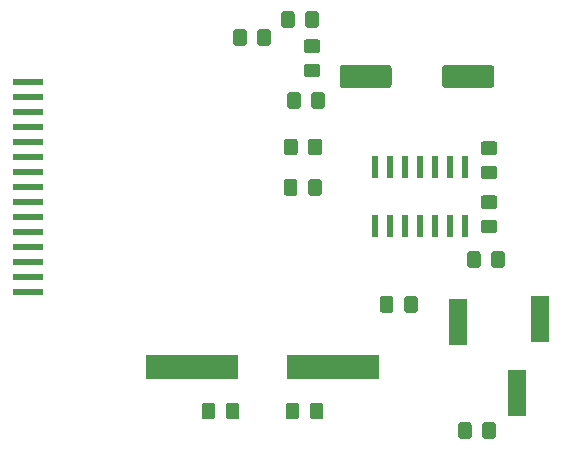
<source format=gbr>
G04 #@! TF.GenerationSoftware,KiCad,Pcbnew,(5.1.5)-3*
G04 #@! TF.CreationDate,2020-01-25T15:57:13+03:00*
G04 #@! TF.ProjectId,CASIO VX4 YM2413 Soundcard v1.1,43415349-4f20-4565-9834-20594d323431,rev?*
G04 #@! TF.SameCoordinates,Original*
G04 #@! TF.FileFunction,Paste,Top*
G04 #@! TF.FilePolarity,Positive*
%FSLAX46Y46*%
G04 Gerber Fmt 4.6, Leading zero omitted, Abs format (unit mm)*
G04 Created by KiCad (PCBNEW (5.1.5)-3) date 2020-01-25 15:57:13*
%MOMM*%
%LPD*%
G04 APERTURE LIST*
%ADD10R,2.540000X0.600000*%
%ADD11C,0.100000*%
%ADD12R,7.875000X2.000000*%
%ADD13R,0.558800X1.981200*%
%ADD14R,1.500000X4.000000*%
G04 APERTURE END LIST*
D10*
X113665000Y-97790000D03*
X113665000Y-99060000D03*
X113665000Y-100330000D03*
X113665000Y-101600000D03*
X113665000Y-102870000D03*
X113665000Y-104140000D03*
X113665000Y-105410000D03*
X113665000Y-106680000D03*
X113665000Y-107950000D03*
X113665000Y-109220000D03*
X113665000Y-110490000D03*
X113665000Y-111760000D03*
X113665000Y-113030000D03*
X113665000Y-114300000D03*
X113665000Y-115570000D03*
D11*
G36*
X131921505Y-93281204D02*
G01*
X131945773Y-93284804D01*
X131969572Y-93290765D01*
X131992671Y-93299030D01*
X132014850Y-93309520D01*
X132035893Y-93322132D01*
X132055599Y-93336747D01*
X132073777Y-93353223D01*
X132090253Y-93371401D01*
X132104868Y-93391107D01*
X132117480Y-93412150D01*
X132127970Y-93434329D01*
X132136235Y-93457428D01*
X132142196Y-93481227D01*
X132145796Y-93505495D01*
X132147000Y-93529999D01*
X132147000Y-94430001D01*
X132145796Y-94454505D01*
X132142196Y-94478773D01*
X132136235Y-94502572D01*
X132127970Y-94525671D01*
X132117480Y-94547850D01*
X132104868Y-94568893D01*
X132090253Y-94588599D01*
X132073777Y-94606777D01*
X132055599Y-94623253D01*
X132035893Y-94637868D01*
X132014850Y-94650480D01*
X131992671Y-94660970D01*
X131969572Y-94669235D01*
X131945773Y-94675196D01*
X131921505Y-94678796D01*
X131897001Y-94680000D01*
X131246999Y-94680000D01*
X131222495Y-94678796D01*
X131198227Y-94675196D01*
X131174428Y-94669235D01*
X131151329Y-94660970D01*
X131129150Y-94650480D01*
X131108107Y-94637868D01*
X131088401Y-94623253D01*
X131070223Y-94606777D01*
X131053747Y-94588599D01*
X131039132Y-94568893D01*
X131026520Y-94547850D01*
X131016030Y-94525671D01*
X131007765Y-94502572D01*
X131001804Y-94478773D01*
X130998204Y-94454505D01*
X130997000Y-94430001D01*
X130997000Y-93529999D01*
X130998204Y-93505495D01*
X131001804Y-93481227D01*
X131007765Y-93457428D01*
X131016030Y-93434329D01*
X131026520Y-93412150D01*
X131039132Y-93391107D01*
X131053747Y-93371401D01*
X131070223Y-93353223D01*
X131088401Y-93336747D01*
X131108107Y-93322132D01*
X131129150Y-93309520D01*
X131151329Y-93299030D01*
X131174428Y-93290765D01*
X131198227Y-93284804D01*
X131222495Y-93281204D01*
X131246999Y-93280000D01*
X131897001Y-93280000D01*
X131921505Y-93281204D01*
G37*
G36*
X133971505Y-93281204D02*
G01*
X133995773Y-93284804D01*
X134019572Y-93290765D01*
X134042671Y-93299030D01*
X134064850Y-93309520D01*
X134085893Y-93322132D01*
X134105599Y-93336747D01*
X134123777Y-93353223D01*
X134140253Y-93371401D01*
X134154868Y-93391107D01*
X134167480Y-93412150D01*
X134177970Y-93434329D01*
X134186235Y-93457428D01*
X134192196Y-93481227D01*
X134195796Y-93505495D01*
X134197000Y-93529999D01*
X134197000Y-94430001D01*
X134195796Y-94454505D01*
X134192196Y-94478773D01*
X134186235Y-94502572D01*
X134177970Y-94525671D01*
X134167480Y-94547850D01*
X134154868Y-94568893D01*
X134140253Y-94588599D01*
X134123777Y-94606777D01*
X134105599Y-94623253D01*
X134085893Y-94637868D01*
X134064850Y-94650480D01*
X134042671Y-94660970D01*
X134019572Y-94669235D01*
X133995773Y-94675196D01*
X133971505Y-94678796D01*
X133947001Y-94680000D01*
X133296999Y-94680000D01*
X133272495Y-94678796D01*
X133248227Y-94675196D01*
X133224428Y-94669235D01*
X133201329Y-94660970D01*
X133179150Y-94650480D01*
X133158107Y-94637868D01*
X133138401Y-94623253D01*
X133120223Y-94606777D01*
X133103747Y-94588599D01*
X133089132Y-94568893D01*
X133076520Y-94547850D01*
X133066030Y-94525671D01*
X133057765Y-94502572D01*
X133051804Y-94478773D01*
X133048204Y-94454505D01*
X133047000Y-94430001D01*
X133047000Y-93529999D01*
X133048204Y-93505495D01*
X133051804Y-93481227D01*
X133057765Y-93457428D01*
X133066030Y-93434329D01*
X133076520Y-93412150D01*
X133089132Y-93391107D01*
X133103747Y-93371401D01*
X133120223Y-93353223D01*
X133138401Y-93336747D01*
X133158107Y-93322132D01*
X133179150Y-93309520D01*
X133201329Y-93299030D01*
X133224428Y-93290765D01*
X133248227Y-93284804D01*
X133272495Y-93281204D01*
X133296999Y-93280000D01*
X133947001Y-93280000D01*
X133971505Y-93281204D01*
G37*
D12*
X139414500Y-121920000D03*
X127539500Y-121920000D03*
D13*
X143002000Y-104978200D03*
X144272000Y-104978200D03*
X145542000Y-104978200D03*
X146812000Y-104978200D03*
X148082000Y-104978200D03*
X149352000Y-104978200D03*
X150622000Y-104978200D03*
X150622000Y-109905800D03*
X149352000Y-109905800D03*
X148082000Y-109905800D03*
X146812000Y-109905800D03*
X145542000Y-109905800D03*
X144272000Y-109905800D03*
X143002000Y-109905800D03*
D11*
G36*
X153128505Y-109408204D02*
G01*
X153152773Y-109411804D01*
X153176572Y-109417765D01*
X153199671Y-109426030D01*
X153221850Y-109436520D01*
X153242893Y-109449132D01*
X153262599Y-109463747D01*
X153280777Y-109480223D01*
X153297253Y-109498401D01*
X153311868Y-109518107D01*
X153324480Y-109539150D01*
X153334970Y-109561329D01*
X153343235Y-109584428D01*
X153349196Y-109608227D01*
X153352796Y-109632495D01*
X153354000Y-109656999D01*
X153354000Y-110307001D01*
X153352796Y-110331505D01*
X153349196Y-110355773D01*
X153343235Y-110379572D01*
X153334970Y-110402671D01*
X153324480Y-110424850D01*
X153311868Y-110445893D01*
X153297253Y-110465599D01*
X153280777Y-110483777D01*
X153262599Y-110500253D01*
X153242893Y-110514868D01*
X153221850Y-110527480D01*
X153199671Y-110537970D01*
X153176572Y-110546235D01*
X153152773Y-110552196D01*
X153128505Y-110555796D01*
X153104001Y-110557000D01*
X152203999Y-110557000D01*
X152179495Y-110555796D01*
X152155227Y-110552196D01*
X152131428Y-110546235D01*
X152108329Y-110537970D01*
X152086150Y-110527480D01*
X152065107Y-110514868D01*
X152045401Y-110500253D01*
X152027223Y-110483777D01*
X152010747Y-110465599D01*
X151996132Y-110445893D01*
X151983520Y-110424850D01*
X151973030Y-110402671D01*
X151964765Y-110379572D01*
X151958804Y-110355773D01*
X151955204Y-110331505D01*
X151954000Y-110307001D01*
X151954000Y-109656999D01*
X151955204Y-109632495D01*
X151958804Y-109608227D01*
X151964765Y-109584428D01*
X151973030Y-109561329D01*
X151983520Y-109539150D01*
X151996132Y-109518107D01*
X152010747Y-109498401D01*
X152027223Y-109480223D01*
X152045401Y-109463747D01*
X152065107Y-109449132D01*
X152086150Y-109436520D01*
X152108329Y-109426030D01*
X152131428Y-109417765D01*
X152155227Y-109411804D01*
X152179495Y-109408204D01*
X152203999Y-109407000D01*
X153104001Y-109407000D01*
X153128505Y-109408204D01*
G37*
G36*
X153128505Y-107358204D02*
G01*
X153152773Y-107361804D01*
X153176572Y-107367765D01*
X153199671Y-107376030D01*
X153221850Y-107386520D01*
X153242893Y-107399132D01*
X153262599Y-107413747D01*
X153280777Y-107430223D01*
X153297253Y-107448401D01*
X153311868Y-107468107D01*
X153324480Y-107489150D01*
X153334970Y-107511329D01*
X153343235Y-107534428D01*
X153349196Y-107558227D01*
X153352796Y-107582495D01*
X153354000Y-107606999D01*
X153354000Y-108257001D01*
X153352796Y-108281505D01*
X153349196Y-108305773D01*
X153343235Y-108329572D01*
X153334970Y-108352671D01*
X153324480Y-108374850D01*
X153311868Y-108395893D01*
X153297253Y-108415599D01*
X153280777Y-108433777D01*
X153262599Y-108450253D01*
X153242893Y-108464868D01*
X153221850Y-108477480D01*
X153199671Y-108487970D01*
X153176572Y-108496235D01*
X153152773Y-108502196D01*
X153128505Y-108505796D01*
X153104001Y-108507000D01*
X152203999Y-108507000D01*
X152179495Y-108505796D01*
X152155227Y-108502196D01*
X152131428Y-108496235D01*
X152108329Y-108487970D01*
X152086150Y-108477480D01*
X152065107Y-108464868D01*
X152045401Y-108450253D01*
X152027223Y-108433777D01*
X152010747Y-108415599D01*
X151996132Y-108395893D01*
X151983520Y-108374850D01*
X151973030Y-108352671D01*
X151964765Y-108329572D01*
X151958804Y-108305773D01*
X151955204Y-108281505D01*
X151954000Y-108257001D01*
X151954000Y-107606999D01*
X151955204Y-107582495D01*
X151958804Y-107558227D01*
X151964765Y-107534428D01*
X151973030Y-107511329D01*
X151983520Y-107489150D01*
X151996132Y-107468107D01*
X152010747Y-107448401D01*
X152027223Y-107430223D01*
X152045401Y-107413747D01*
X152065107Y-107399132D01*
X152086150Y-107386520D01*
X152108329Y-107376030D01*
X152131428Y-107367765D01*
X152155227Y-107361804D01*
X152179495Y-107358204D01*
X152203999Y-107357000D01*
X153104001Y-107357000D01*
X153128505Y-107358204D01*
G37*
G36*
X151724505Y-112077204D02*
G01*
X151748773Y-112080804D01*
X151772572Y-112086765D01*
X151795671Y-112095030D01*
X151817850Y-112105520D01*
X151838893Y-112118132D01*
X151858599Y-112132747D01*
X151876777Y-112149223D01*
X151893253Y-112167401D01*
X151907868Y-112187107D01*
X151920480Y-112208150D01*
X151930970Y-112230329D01*
X151939235Y-112253428D01*
X151945196Y-112277227D01*
X151948796Y-112301495D01*
X151950000Y-112325999D01*
X151950000Y-113226001D01*
X151948796Y-113250505D01*
X151945196Y-113274773D01*
X151939235Y-113298572D01*
X151930970Y-113321671D01*
X151920480Y-113343850D01*
X151907868Y-113364893D01*
X151893253Y-113384599D01*
X151876777Y-113402777D01*
X151858599Y-113419253D01*
X151838893Y-113433868D01*
X151817850Y-113446480D01*
X151795671Y-113456970D01*
X151772572Y-113465235D01*
X151748773Y-113471196D01*
X151724505Y-113474796D01*
X151700001Y-113476000D01*
X151049999Y-113476000D01*
X151025495Y-113474796D01*
X151001227Y-113471196D01*
X150977428Y-113465235D01*
X150954329Y-113456970D01*
X150932150Y-113446480D01*
X150911107Y-113433868D01*
X150891401Y-113419253D01*
X150873223Y-113402777D01*
X150856747Y-113384599D01*
X150842132Y-113364893D01*
X150829520Y-113343850D01*
X150819030Y-113321671D01*
X150810765Y-113298572D01*
X150804804Y-113274773D01*
X150801204Y-113250505D01*
X150800000Y-113226001D01*
X150800000Y-112325999D01*
X150801204Y-112301495D01*
X150804804Y-112277227D01*
X150810765Y-112253428D01*
X150819030Y-112230329D01*
X150829520Y-112208150D01*
X150842132Y-112187107D01*
X150856747Y-112167401D01*
X150873223Y-112149223D01*
X150891401Y-112132747D01*
X150911107Y-112118132D01*
X150932150Y-112105520D01*
X150954329Y-112095030D01*
X150977428Y-112086765D01*
X151001227Y-112080804D01*
X151025495Y-112077204D01*
X151049999Y-112076000D01*
X151700001Y-112076000D01*
X151724505Y-112077204D01*
G37*
G36*
X153774505Y-112077204D02*
G01*
X153798773Y-112080804D01*
X153822572Y-112086765D01*
X153845671Y-112095030D01*
X153867850Y-112105520D01*
X153888893Y-112118132D01*
X153908599Y-112132747D01*
X153926777Y-112149223D01*
X153943253Y-112167401D01*
X153957868Y-112187107D01*
X153970480Y-112208150D01*
X153980970Y-112230329D01*
X153989235Y-112253428D01*
X153995196Y-112277227D01*
X153998796Y-112301495D01*
X154000000Y-112325999D01*
X154000000Y-113226001D01*
X153998796Y-113250505D01*
X153995196Y-113274773D01*
X153989235Y-113298572D01*
X153980970Y-113321671D01*
X153970480Y-113343850D01*
X153957868Y-113364893D01*
X153943253Y-113384599D01*
X153926777Y-113402777D01*
X153908599Y-113419253D01*
X153888893Y-113433868D01*
X153867850Y-113446480D01*
X153845671Y-113456970D01*
X153822572Y-113465235D01*
X153798773Y-113471196D01*
X153774505Y-113474796D01*
X153750001Y-113476000D01*
X153099999Y-113476000D01*
X153075495Y-113474796D01*
X153051227Y-113471196D01*
X153027428Y-113465235D01*
X153004329Y-113456970D01*
X152982150Y-113446480D01*
X152961107Y-113433868D01*
X152941401Y-113419253D01*
X152923223Y-113402777D01*
X152906747Y-113384599D01*
X152892132Y-113364893D01*
X152879520Y-113343850D01*
X152869030Y-113321671D01*
X152860765Y-113298572D01*
X152854804Y-113274773D01*
X152851204Y-113250505D01*
X152850000Y-113226001D01*
X152850000Y-112325999D01*
X152851204Y-112301495D01*
X152854804Y-112277227D01*
X152860765Y-112253428D01*
X152869030Y-112230329D01*
X152879520Y-112208150D01*
X152892132Y-112187107D01*
X152906747Y-112167401D01*
X152923223Y-112149223D01*
X152941401Y-112132747D01*
X152961107Y-112118132D01*
X152982150Y-112105520D01*
X153004329Y-112095030D01*
X153027428Y-112086765D01*
X153051227Y-112080804D01*
X153075495Y-112077204D01*
X153099999Y-112076000D01*
X153750001Y-112076000D01*
X153774505Y-112077204D01*
G37*
G36*
X136493505Y-98615204D02*
G01*
X136517773Y-98618804D01*
X136541572Y-98624765D01*
X136564671Y-98633030D01*
X136586850Y-98643520D01*
X136607893Y-98656132D01*
X136627599Y-98670747D01*
X136645777Y-98687223D01*
X136662253Y-98705401D01*
X136676868Y-98725107D01*
X136689480Y-98746150D01*
X136699970Y-98768329D01*
X136708235Y-98791428D01*
X136714196Y-98815227D01*
X136717796Y-98839495D01*
X136719000Y-98863999D01*
X136719000Y-99764001D01*
X136717796Y-99788505D01*
X136714196Y-99812773D01*
X136708235Y-99836572D01*
X136699970Y-99859671D01*
X136689480Y-99881850D01*
X136676868Y-99902893D01*
X136662253Y-99922599D01*
X136645777Y-99940777D01*
X136627599Y-99957253D01*
X136607893Y-99971868D01*
X136586850Y-99984480D01*
X136564671Y-99994970D01*
X136541572Y-100003235D01*
X136517773Y-100009196D01*
X136493505Y-100012796D01*
X136469001Y-100014000D01*
X135818999Y-100014000D01*
X135794495Y-100012796D01*
X135770227Y-100009196D01*
X135746428Y-100003235D01*
X135723329Y-99994970D01*
X135701150Y-99984480D01*
X135680107Y-99971868D01*
X135660401Y-99957253D01*
X135642223Y-99940777D01*
X135625747Y-99922599D01*
X135611132Y-99902893D01*
X135598520Y-99881850D01*
X135588030Y-99859671D01*
X135579765Y-99836572D01*
X135573804Y-99812773D01*
X135570204Y-99788505D01*
X135569000Y-99764001D01*
X135569000Y-98863999D01*
X135570204Y-98839495D01*
X135573804Y-98815227D01*
X135579765Y-98791428D01*
X135588030Y-98768329D01*
X135598520Y-98746150D01*
X135611132Y-98725107D01*
X135625747Y-98705401D01*
X135642223Y-98687223D01*
X135660401Y-98670747D01*
X135680107Y-98656132D01*
X135701150Y-98643520D01*
X135723329Y-98633030D01*
X135746428Y-98624765D01*
X135770227Y-98618804D01*
X135794495Y-98615204D01*
X135818999Y-98614000D01*
X136469001Y-98614000D01*
X136493505Y-98615204D01*
G37*
G36*
X138543505Y-98615204D02*
G01*
X138567773Y-98618804D01*
X138591572Y-98624765D01*
X138614671Y-98633030D01*
X138636850Y-98643520D01*
X138657893Y-98656132D01*
X138677599Y-98670747D01*
X138695777Y-98687223D01*
X138712253Y-98705401D01*
X138726868Y-98725107D01*
X138739480Y-98746150D01*
X138749970Y-98768329D01*
X138758235Y-98791428D01*
X138764196Y-98815227D01*
X138767796Y-98839495D01*
X138769000Y-98863999D01*
X138769000Y-99764001D01*
X138767796Y-99788505D01*
X138764196Y-99812773D01*
X138758235Y-99836572D01*
X138749970Y-99859671D01*
X138739480Y-99881850D01*
X138726868Y-99902893D01*
X138712253Y-99922599D01*
X138695777Y-99940777D01*
X138677599Y-99957253D01*
X138657893Y-99971868D01*
X138636850Y-99984480D01*
X138614671Y-99994970D01*
X138591572Y-100003235D01*
X138567773Y-100009196D01*
X138543505Y-100012796D01*
X138519001Y-100014000D01*
X137868999Y-100014000D01*
X137844495Y-100012796D01*
X137820227Y-100009196D01*
X137796428Y-100003235D01*
X137773329Y-99994970D01*
X137751150Y-99984480D01*
X137730107Y-99971868D01*
X137710401Y-99957253D01*
X137692223Y-99940777D01*
X137675747Y-99922599D01*
X137661132Y-99902893D01*
X137648520Y-99881850D01*
X137638030Y-99859671D01*
X137629765Y-99836572D01*
X137623804Y-99812773D01*
X137620204Y-99788505D01*
X137619000Y-99764001D01*
X137619000Y-98863999D01*
X137620204Y-98839495D01*
X137623804Y-98815227D01*
X137629765Y-98791428D01*
X137638030Y-98768329D01*
X137648520Y-98746150D01*
X137661132Y-98725107D01*
X137675747Y-98705401D01*
X137692223Y-98687223D01*
X137710401Y-98670747D01*
X137730107Y-98656132D01*
X137751150Y-98643520D01*
X137773329Y-98633030D01*
X137796428Y-98624765D01*
X137820227Y-98618804D01*
X137844495Y-98615204D01*
X137868999Y-98614000D01*
X138519001Y-98614000D01*
X138543505Y-98615204D01*
G37*
G36*
X136221505Y-105981204D02*
G01*
X136245773Y-105984804D01*
X136269572Y-105990765D01*
X136292671Y-105999030D01*
X136314850Y-106009520D01*
X136335893Y-106022132D01*
X136355599Y-106036747D01*
X136373777Y-106053223D01*
X136390253Y-106071401D01*
X136404868Y-106091107D01*
X136417480Y-106112150D01*
X136427970Y-106134329D01*
X136436235Y-106157428D01*
X136442196Y-106181227D01*
X136445796Y-106205495D01*
X136447000Y-106229999D01*
X136447000Y-107130001D01*
X136445796Y-107154505D01*
X136442196Y-107178773D01*
X136436235Y-107202572D01*
X136427970Y-107225671D01*
X136417480Y-107247850D01*
X136404868Y-107268893D01*
X136390253Y-107288599D01*
X136373777Y-107306777D01*
X136355599Y-107323253D01*
X136335893Y-107337868D01*
X136314850Y-107350480D01*
X136292671Y-107360970D01*
X136269572Y-107369235D01*
X136245773Y-107375196D01*
X136221505Y-107378796D01*
X136197001Y-107380000D01*
X135546999Y-107380000D01*
X135522495Y-107378796D01*
X135498227Y-107375196D01*
X135474428Y-107369235D01*
X135451329Y-107360970D01*
X135429150Y-107350480D01*
X135408107Y-107337868D01*
X135388401Y-107323253D01*
X135370223Y-107306777D01*
X135353747Y-107288599D01*
X135339132Y-107268893D01*
X135326520Y-107247850D01*
X135316030Y-107225671D01*
X135307765Y-107202572D01*
X135301804Y-107178773D01*
X135298204Y-107154505D01*
X135297000Y-107130001D01*
X135297000Y-106229999D01*
X135298204Y-106205495D01*
X135301804Y-106181227D01*
X135307765Y-106157428D01*
X135316030Y-106134329D01*
X135326520Y-106112150D01*
X135339132Y-106091107D01*
X135353747Y-106071401D01*
X135370223Y-106053223D01*
X135388401Y-106036747D01*
X135408107Y-106022132D01*
X135429150Y-106009520D01*
X135451329Y-105999030D01*
X135474428Y-105990765D01*
X135498227Y-105984804D01*
X135522495Y-105981204D01*
X135546999Y-105980000D01*
X136197001Y-105980000D01*
X136221505Y-105981204D01*
G37*
G36*
X138271505Y-105981204D02*
G01*
X138295773Y-105984804D01*
X138319572Y-105990765D01*
X138342671Y-105999030D01*
X138364850Y-106009520D01*
X138385893Y-106022132D01*
X138405599Y-106036747D01*
X138423777Y-106053223D01*
X138440253Y-106071401D01*
X138454868Y-106091107D01*
X138467480Y-106112150D01*
X138477970Y-106134329D01*
X138486235Y-106157428D01*
X138492196Y-106181227D01*
X138495796Y-106205495D01*
X138497000Y-106229999D01*
X138497000Y-107130001D01*
X138495796Y-107154505D01*
X138492196Y-107178773D01*
X138486235Y-107202572D01*
X138477970Y-107225671D01*
X138467480Y-107247850D01*
X138454868Y-107268893D01*
X138440253Y-107288599D01*
X138423777Y-107306777D01*
X138405599Y-107323253D01*
X138385893Y-107337868D01*
X138364850Y-107350480D01*
X138342671Y-107360970D01*
X138319572Y-107369235D01*
X138295773Y-107375196D01*
X138271505Y-107378796D01*
X138247001Y-107380000D01*
X137596999Y-107380000D01*
X137572495Y-107378796D01*
X137548227Y-107375196D01*
X137524428Y-107369235D01*
X137501329Y-107360970D01*
X137479150Y-107350480D01*
X137458107Y-107337868D01*
X137438401Y-107323253D01*
X137420223Y-107306777D01*
X137403747Y-107288599D01*
X137389132Y-107268893D01*
X137376520Y-107247850D01*
X137366030Y-107225671D01*
X137357765Y-107202572D01*
X137351804Y-107178773D01*
X137348204Y-107154505D01*
X137347000Y-107130001D01*
X137347000Y-106229999D01*
X137348204Y-106205495D01*
X137351804Y-106181227D01*
X137357765Y-106157428D01*
X137366030Y-106134329D01*
X137376520Y-106112150D01*
X137389132Y-106091107D01*
X137403747Y-106071401D01*
X137420223Y-106053223D01*
X137438401Y-106036747D01*
X137458107Y-106022132D01*
X137479150Y-106009520D01*
X137501329Y-105999030D01*
X137524428Y-105990765D01*
X137548227Y-105984804D01*
X137572495Y-105981204D01*
X137596999Y-105980000D01*
X138247001Y-105980000D01*
X138271505Y-105981204D01*
G37*
G36*
X136230505Y-102552204D02*
G01*
X136254773Y-102555804D01*
X136278572Y-102561765D01*
X136301671Y-102570030D01*
X136323850Y-102580520D01*
X136344893Y-102593132D01*
X136364599Y-102607747D01*
X136382777Y-102624223D01*
X136399253Y-102642401D01*
X136413868Y-102662107D01*
X136426480Y-102683150D01*
X136436970Y-102705329D01*
X136445235Y-102728428D01*
X136451196Y-102752227D01*
X136454796Y-102776495D01*
X136456000Y-102800999D01*
X136456000Y-103701001D01*
X136454796Y-103725505D01*
X136451196Y-103749773D01*
X136445235Y-103773572D01*
X136436970Y-103796671D01*
X136426480Y-103818850D01*
X136413868Y-103839893D01*
X136399253Y-103859599D01*
X136382777Y-103877777D01*
X136364599Y-103894253D01*
X136344893Y-103908868D01*
X136323850Y-103921480D01*
X136301671Y-103931970D01*
X136278572Y-103940235D01*
X136254773Y-103946196D01*
X136230505Y-103949796D01*
X136206001Y-103951000D01*
X135555999Y-103951000D01*
X135531495Y-103949796D01*
X135507227Y-103946196D01*
X135483428Y-103940235D01*
X135460329Y-103931970D01*
X135438150Y-103921480D01*
X135417107Y-103908868D01*
X135397401Y-103894253D01*
X135379223Y-103877777D01*
X135362747Y-103859599D01*
X135348132Y-103839893D01*
X135335520Y-103818850D01*
X135325030Y-103796671D01*
X135316765Y-103773572D01*
X135310804Y-103749773D01*
X135307204Y-103725505D01*
X135306000Y-103701001D01*
X135306000Y-102800999D01*
X135307204Y-102776495D01*
X135310804Y-102752227D01*
X135316765Y-102728428D01*
X135325030Y-102705329D01*
X135335520Y-102683150D01*
X135348132Y-102662107D01*
X135362747Y-102642401D01*
X135379223Y-102624223D01*
X135397401Y-102607747D01*
X135417107Y-102593132D01*
X135438150Y-102580520D01*
X135460329Y-102570030D01*
X135483428Y-102561765D01*
X135507227Y-102555804D01*
X135531495Y-102552204D01*
X135555999Y-102551000D01*
X136206001Y-102551000D01*
X136230505Y-102552204D01*
G37*
G36*
X138280505Y-102552204D02*
G01*
X138304773Y-102555804D01*
X138328572Y-102561765D01*
X138351671Y-102570030D01*
X138373850Y-102580520D01*
X138394893Y-102593132D01*
X138414599Y-102607747D01*
X138432777Y-102624223D01*
X138449253Y-102642401D01*
X138463868Y-102662107D01*
X138476480Y-102683150D01*
X138486970Y-102705329D01*
X138495235Y-102728428D01*
X138501196Y-102752227D01*
X138504796Y-102776495D01*
X138506000Y-102800999D01*
X138506000Y-103701001D01*
X138504796Y-103725505D01*
X138501196Y-103749773D01*
X138495235Y-103773572D01*
X138486970Y-103796671D01*
X138476480Y-103818850D01*
X138463868Y-103839893D01*
X138449253Y-103859599D01*
X138432777Y-103877777D01*
X138414599Y-103894253D01*
X138394893Y-103908868D01*
X138373850Y-103921480D01*
X138351671Y-103931970D01*
X138328572Y-103940235D01*
X138304773Y-103946196D01*
X138280505Y-103949796D01*
X138256001Y-103951000D01*
X137605999Y-103951000D01*
X137581495Y-103949796D01*
X137557227Y-103946196D01*
X137533428Y-103940235D01*
X137510329Y-103931970D01*
X137488150Y-103921480D01*
X137467107Y-103908868D01*
X137447401Y-103894253D01*
X137429223Y-103877777D01*
X137412747Y-103859599D01*
X137398132Y-103839893D01*
X137385520Y-103818850D01*
X137375030Y-103796671D01*
X137366765Y-103773572D01*
X137360804Y-103749773D01*
X137357204Y-103725505D01*
X137356000Y-103701001D01*
X137356000Y-102800999D01*
X137357204Y-102776495D01*
X137360804Y-102752227D01*
X137366765Y-102728428D01*
X137375030Y-102705329D01*
X137385520Y-102683150D01*
X137398132Y-102662107D01*
X137412747Y-102642401D01*
X137429223Y-102624223D01*
X137447401Y-102607747D01*
X137467107Y-102593132D01*
X137488150Y-102580520D01*
X137510329Y-102570030D01*
X137533428Y-102561765D01*
X137557227Y-102555804D01*
X137581495Y-102552204D01*
X137605999Y-102551000D01*
X138256001Y-102551000D01*
X138280505Y-102552204D01*
G37*
G36*
X138142505Y-94150204D02*
G01*
X138166773Y-94153804D01*
X138190572Y-94159765D01*
X138213671Y-94168030D01*
X138235850Y-94178520D01*
X138256893Y-94191132D01*
X138276599Y-94205747D01*
X138294777Y-94222223D01*
X138311253Y-94240401D01*
X138325868Y-94260107D01*
X138338480Y-94281150D01*
X138348970Y-94303329D01*
X138357235Y-94326428D01*
X138363196Y-94350227D01*
X138366796Y-94374495D01*
X138368000Y-94398999D01*
X138368000Y-95049001D01*
X138366796Y-95073505D01*
X138363196Y-95097773D01*
X138357235Y-95121572D01*
X138348970Y-95144671D01*
X138338480Y-95166850D01*
X138325868Y-95187893D01*
X138311253Y-95207599D01*
X138294777Y-95225777D01*
X138276599Y-95242253D01*
X138256893Y-95256868D01*
X138235850Y-95269480D01*
X138213671Y-95279970D01*
X138190572Y-95288235D01*
X138166773Y-95294196D01*
X138142505Y-95297796D01*
X138118001Y-95299000D01*
X137217999Y-95299000D01*
X137193495Y-95297796D01*
X137169227Y-95294196D01*
X137145428Y-95288235D01*
X137122329Y-95279970D01*
X137100150Y-95269480D01*
X137079107Y-95256868D01*
X137059401Y-95242253D01*
X137041223Y-95225777D01*
X137024747Y-95207599D01*
X137010132Y-95187893D01*
X136997520Y-95166850D01*
X136987030Y-95144671D01*
X136978765Y-95121572D01*
X136972804Y-95097773D01*
X136969204Y-95073505D01*
X136968000Y-95049001D01*
X136968000Y-94398999D01*
X136969204Y-94374495D01*
X136972804Y-94350227D01*
X136978765Y-94326428D01*
X136987030Y-94303329D01*
X136997520Y-94281150D01*
X137010132Y-94260107D01*
X137024747Y-94240401D01*
X137041223Y-94222223D01*
X137059401Y-94205747D01*
X137079107Y-94191132D01*
X137100150Y-94178520D01*
X137122329Y-94168030D01*
X137145428Y-94159765D01*
X137169227Y-94153804D01*
X137193495Y-94150204D01*
X137217999Y-94149000D01*
X138118001Y-94149000D01*
X138142505Y-94150204D01*
G37*
G36*
X138142505Y-96200204D02*
G01*
X138166773Y-96203804D01*
X138190572Y-96209765D01*
X138213671Y-96218030D01*
X138235850Y-96228520D01*
X138256893Y-96241132D01*
X138276599Y-96255747D01*
X138294777Y-96272223D01*
X138311253Y-96290401D01*
X138325868Y-96310107D01*
X138338480Y-96331150D01*
X138348970Y-96353329D01*
X138357235Y-96376428D01*
X138363196Y-96400227D01*
X138366796Y-96424495D01*
X138368000Y-96448999D01*
X138368000Y-97099001D01*
X138366796Y-97123505D01*
X138363196Y-97147773D01*
X138357235Y-97171572D01*
X138348970Y-97194671D01*
X138338480Y-97216850D01*
X138325868Y-97237893D01*
X138311253Y-97257599D01*
X138294777Y-97275777D01*
X138276599Y-97292253D01*
X138256893Y-97306868D01*
X138235850Y-97319480D01*
X138213671Y-97329970D01*
X138190572Y-97338235D01*
X138166773Y-97344196D01*
X138142505Y-97347796D01*
X138118001Y-97349000D01*
X137217999Y-97349000D01*
X137193495Y-97347796D01*
X137169227Y-97344196D01*
X137145428Y-97338235D01*
X137122329Y-97329970D01*
X137100150Y-97319480D01*
X137079107Y-97306868D01*
X137059401Y-97292253D01*
X137041223Y-97275777D01*
X137024747Y-97257599D01*
X137010132Y-97237893D01*
X136997520Y-97216850D01*
X136987030Y-97194671D01*
X136978765Y-97171572D01*
X136972804Y-97147773D01*
X136969204Y-97123505D01*
X136968000Y-97099001D01*
X136968000Y-96448999D01*
X136969204Y-96424495D01*
X136972804Y-96400227D01*
X136978765Y-96376428D01*
X136987030Y-96353329D01*
X136997520Y-96331150D01*
X137010132Y-96310107D01*
X137024747Y-96290401D01*
X137041223Y-96272223D01*
X137059401Y-96255747D01*
X137079107Y-96241132D01*
X137100150Y-96228520D01*
X137122329Y-96218030D01*
X137145428Y-96209765D01*
X137169227Y-96203804D01*
X137193495Y-96200204D01*
X137217999Y-96199000D01*
X138118001Y-96199000D01*
X138142505Y-96200204D01*
G37*
G36*
X138026505Y-91757204D02*
G01*
X138050773Y-91760804D01*
X138074572Y-91766765D01*
X138097671Y-91775030D01*
X138119850Y-91785520D01*
X138140893Y-91798132D01*
X138160599Y-91812747D01*
X138178777Y-91829223D01*
X138195253Y-91847401D01*
X138209868Y-91867107D01*
X138222480Y-91888150D01*
X138232970Y-91910329D01*
X138241235Y-91933428D01*
X138247196Y-91957227D01*
X138250796Y-91981495D01*
X138252000Y-92005999D01*
X138252000Y-92906001D01*
X138250796Y-92930505D01*
X138247196Y-92954773D01*
X138241235Y-92978572D01*
X138232970Y-93001671D01*
X138222480Y-93023850D01*
X138209868Y-93044893D01*
X138195253Y-93064599D01*
X138178777Y-93082777D01*
X138160599Y-93099253D01*
X138140893Y-93113868D01*
X138119850Y-93126480D01*
X138097671Y-93136970D01*
X138074572Y-93145235D01*
X138050773Y-93151196D01*
X138026505Y-93154796D01*
X138002001Y-93156000D01*
X137351999Y-93156000D01*
X137327495Y-93154796D01*
X137303227Y-93151196D01*
X137279428Y-93145235D01*
X137256329Y-93136970D01*
X137234150Y-93126480D01*
X137213107Y-93113868D01*
X137193401Y-93099253D01*
X137175223Y-93082777D01*
X137158747Y-93064599D01*
X137144132Y-93044893D01*
X137131520Y-93023850D01*
X137121030Y-93001671D01*
X137112765Y-92978572D01*
X137106804Y-92954773D01*
X137103204Y-92930505D01*
X137102000Y-92906001D01*
X137102000Y-92005999D01*
X137103204Y-91981495D01*
X137106804Y-91957227D01*
X137112765Y-91933428D01*
X137121030Y-91910329D01*
X137131520Y-91888150D01*
X137144132Y-91867107D01*
X137158747Y-91847401D01*
X137175223Y-91829223D01*
X137193401Y-91812747D01*
X137213107Y-91798132D01*
X137234150Y-91785520D01*
X137256329Y-91775030D01*
X137279428Y-91766765D01*
X137303227Y-91760804D01*
X137327495Y-91757204D01*
X137351999Y-91756000D01*
X138002001Y-91756000D01*
X138026505Y-91757204D01*
G37*
G36*
X135976505Y-91757204D02*
G01*
X136000773Y-91760804D01*
X136024572Y-91766765D01*
X136047671Y-91775030D01*
X136069850Y-91785520D01*
X136090893Y-91798132D01*
X136110599Y-91812747D01*
X136128777Y-91829223D01*
X136145253Y-91847401D01*
X136159868Y-91867107D01*
X136172480Y-91888150D01*
X136182970Y-91910329D01*
X136191235Y-91933428D01*
X136197196Y-91957227D01*
X136200796Y-91981495D01*
X136202000Y-92005999D01*
X136202000Y-92906001D01*
X136200796Y-92930505D01*
X136197196Y-92954773D01*
X136191235Y-92978572D01*
X136182970Y-93001671D01*
X136172480Y-93023850D01*
X136159868Y-93044893D01*
X136145253Y-93064599D01*
X136128777Y-93082777D01*
X136110599Y-93099253D01*
X136090893Y-93113868D01*
X136069850Y-93126480D01*
X136047671Y-93136970D01*
X136024572Y-93145235D01*
X136000773Y-93151196D01*
X135976505Y-93154796D01*
X135952001Y-93156000D01*
X135301999Y-93156000D01*
X135277495Y-93154796D01*
X135253227Y-93151196D01*
X135229428Y-93145235D01*
X135206329Y-93136970D01*
X135184150Y-93126480D01*
X135163107Y-93113868D01*
X135143401Y-93099253D01*
X135125223Y-93082777D01*
X135108747Y-93064599D01*
X135094132Y-93044893D01*
X135081520Y-93023850D01*
X135071030Y-93001671D01*
X135062765Y-92978572D01*
X135056804Y-92954773D01*
X135053204Y-92930505D01*
X135052000Y-92906001D01*
X135052000Y-92005999D01*
X135053204Y-91981495D01*
X135056804Y-91957227D01*
X135062765Y-91933428D01*
X135071030Y-91910329D01*
X135081520Y-91888150D01*
X135094132Y-91867107D01*
X135108747Y-91847401D01*
X135125223Y-91829223D01*
X135143401Y-91812747D01*
X135163107Y-91798132D01*
X135184150Y-91785520D01*
X135206329Y-91775030D01*
X135229428Y-91766765D01*
X135253227Y-91760804D01*
X135277495Y-91757204D01*
X135301999Y-91756000D01*
X135952001Y-91756000D01*
X135976505Y-91757204D01*
G37*
D14*
X150011000Y-118081000D03*
X155011000Y-124081000D03*
X157011000Y-117831000D03*
D11*
G36*
X153012505Y-126555204D02*
G01*
X153036773Y-126558804D01*
X153060572Y-126564765D01*
X153083671Y-126573030D01*
X153105850Y-126583520D01*
X153126893Y-126596132D01*
X153146599Y-126610747D01*
X153164777Y-126627223D01*
X153181253Y-126645401D01*
X153195868Y-126665107D01*
X153208480Y-126686150D01*
X153218970Y-126708329D01*
X153227235Y-126731428D01*
X153233196Y-126755227D01*
X153236796Y-126779495D01*
X153238000Y-126803999D01*
X153238000Y-127704001D01*
X153236796Y-127728505D01*
X153233196Y-127752773D01*
X153227235Y-127776572D01*
X153218970Y-127799671D01*
X153208480Y-127821850D01*
X153195868Y-127842893D01*
X153181253Y-127862599D01*
X153164777Y-127880777D01*
X153146599Y-127897253D01*
X153126893Y-127911868D01*
X153105850Y-127924480D01*
X153083671Y-127934970D01*
X153060572Y-127943235D01*
X153036773Y-127949196D01*
X153012505Y-127952796D01*
X152988001Y-127954000D01*
X152337999Y-127954000D01*
X152313495Y-127952796D01*
X152289227Y-127949196D01*
X152265428Y-127943235D01*
X152242329Y-127934970D01*
X152220150Y-127924480D01*
X152199107Y-127911868D01*
X152179401Y-127897253D01*
X152161223Y-127880777D01*
X152144747Y-127862599D01*
X152130132Y-127842893D01*
X152117520Y-127821850D01*
X152107030Y-127799671D01*
X152098765Y-127776572D01*
X152092804Y-127752773D01*
X152089204Y-127728505D01*
X152088000Y-127704001D01*
X152088000Y-126803999D01*
X152089204Y-126779495D01*
X152092804Y-126755227D01*
X152098765Y-126731428D01*
X152107030Y-126708329D01*
X152117520Y-126686150D01*
X152130132Y-126665107D01*
X152144747Y-126645401D01*
X152161223Y-126627223D01*
X152179401Y-126610747D01*
X152199107Y-126596132D01*
X152220150Y-126583520D01*
X152242329Y-126573030D01*
X152265428Y-126564765D01*
X152289227Y-126558804D01*
X152313495Y-126555204D01*
X152337999Y-126554000D01*
X152988001Y-126554000D01*
X153012505Y-126555204D01*
G37*
G36*
X150962505Y-126555204D02*
G01*
X150986773Y-126558804D01*
X151010572Y-126564765D01*
X151033671Y-126573030D01*
X151055850Y-126583520D01*
X151076893Y-126596132D01*
X151096599Y-126610747D01*
X151114777Y-126627223D01*
X151131253Y-126645401D01*
X151145868Y-126665107D01*
X151158480Y-126686150D01*
X151168970Y-126708329D01*
X151177235Y-126731428D01*
X151183196Y-126755227D01*
X151186796Y-126779495D01*
X151188000Y-126803999D01*
X151188000Y-127704001D01*
X151186796Y-127728505D01*
X151183196Y-127752773D01*
X151177235Y-127776572D01*
X151168970Y-127799671D01*
X151158480Y-127821850D01*
X151145868Y-127842893D01*
X151131253Y-127862599D01*
X151114777Y-127880777D01*
X151096599Y-127897253D01*
X151076893Y-127911868D01*
X151055850Y-127924480D01*
X151033671Y-127934970D01*
X151010572Y-127943235D01*
X150986773Y-127949196D01*
X150962505Y-127952796D01*
X150938001Y-127954000D01*
X150287999Y-127954000D01*
X150263495Y-127952796D01*
X150239227Y-127949196D01*
X150215428Y-127943235D01*
X150192329Y-127934970D01*
X150170150Y-127924480D01*
X150149107Y-127911868D01*
X150129401Y-127897253D01*
X150111223Y-127880777D01*
X150094747Y-127862599D01*
X150080132Y-127842893D01*
X150067520Y-127821850D01*
X150057030Y-127799671D01*
X150048765Y-127776572D01*
X150042804Y-127752773D01*
X150039204Y-127728505D01*
X150038000Y-127704001D01*
X150038000Y-126803999D01*
X150039204Y-126779495D01*
X150042804Y-126755227D01*
X150048765Y-126731428D01*
X150057030Y-126708329D01*
X150067520Y-126686150D01*
X150080132Y-126665107D01*
X150094747Y-126645401D01*
X150111223Y-126627223D01*
X150129401Y-126610747D01*
X150149107Y-126596132D01*
X150170150Y-126583520D01*
X150192329Y-126573030D01*
X150215428Y-126564765D01*
X150239227Y-126558804D01*
X150263495Y-126555204D01*
X150287999Y-126554000D01*
X150938001Y-126554000D01*
X150962505Y-126555204D01*
G37*
G36*
X146399505Y-115887204D02*
G01*
X146423773Y-115890804D01*
X146447572Y-115896765D01*
X146470671Y-115905030D01*
X146492850Y-115915520D01*
X146513893Y-115928132D01*
X146533599Y-115942747D01*
X146551777Y-115959223D01*
X146568253Y-115977401D01*
X146582868Y-115997107D01*
X146595480Y-116018150D01*
X146605970Y-116040329D01*
X146614235Y-116063428D01*
X146620196Y-116087227D01*
X146623796Y-116111495D01*
X146625000Y-116135999D01*
X146625000Y-117036001D01*
X146623796Y-117060505D01*
X146620196Y-117084773D01*
X146614235Y-117108572D01*
X146605970Y-117131671D01*
X146595480Y-117153850D01*
X146582868Y-117174893D01*
X146568253Y-117194599D01*
X146551777Y-117212777D01*
X146533599Y-117229253D01*
X146513893Y-117243868D01*
X146492850Y-117256480D01*
X146470671Y-117266970D01*
X146447572Y-117275235D01*
X146423773Y-117281196D01*
X146399505Y-117284796D01*
X146375001Y-117286000D01*
X145724999Y-117286000D01*
X145700495Y-117284796D01*
X145676227Y-117281196D01*
X145652428Y-117275235D01*
X145629329Y-117266970D01*
X145607150Y-117256480D01*
X145586107Y-117243868D01*
X145566401Y-117229253D01*
X145548223Y-117212777D01*
X145531747Y-117194599D01*
X145517132Y-117174893D01*
X145504520Y-117153850D01*
X145494030Y-117131671D01*
X145485765Y-117108572D01*
X145479804Y-117084773D01*
X145476204Y-117060505D01*
X145475000Y-117036001D01*
X145475000Y-116135999D01*
X145476204Y-116111495D01*
X145479804Y-116087227D01*
X145485765Y-116063428D01*
X145494030Y-116040329D01*
X145504520Y-116018150D01*
X145517132Y-115997107D01*
X145531747Y-115977401D01*
X145548223Y-115959223D01*
X145566401Y-115942747D01*
X145586107Y-115928132D01*
X145607150Y-115915520D01*
X145629329Y-115905030D01*
X145652428Y-115896765D01*
X145676227Y-115890804D01*
X145700495Y-115887204D01*
X145724999Y-115886000D01*
X146375001Y-115886000D01*
X146399505Y-115887204D01*
G37*
G36*
X144349505Y-115887204D02*
G01*
X144373773Y-115890804D01*
X144397572Y-115896765D01*
X144420671Y-115905030D01*
X144442850Y-115915520D01*
X144463893Y-115928132D01*
X144483599Y-115942747D01*
X144501777Y-115959223D01*
X144518253Y-115977401D01*
X144532868Y-115997107D01*
X144545480Y-116018150D01*
X144555970Y-116040329D01*
X144564235Y-116063428D01*
X144570196Y-116087227D01*
X144573796Y-116111495D01*
X144575000Y-116135999D01*
X144575000Y-117036001D01*
X144573796Y-117060505D01*
X144570196Y-117084773D01*
X144564235Y-117108572D01*
X144555970Y-117131671D01*
X144545480Y-117153850D01*
X144532868Y-117174893D01*
X144518253Y-117194599D01*
X144501777Y-117212777D01*
X144483599Y-117229253D01*
X144463893Y-117243868D01*
X144442850Y-117256480D01*
X144420671Y-117266970D01*
X144397572Y-117275235D01*
X144373773Y-117281196D01*
X144349505Y-117284796D01*
X144325001Y-117286000D01*
X143674999Y-117286000D01*
X143650495Y-117284796D01*
X143626227Y-117281196D01*
X143602428Y-117275235D01*
X143579329Y-117266970D01*
X143557150Y-117256480D01*
X143536107Y-117243868D01*
X143516401Y-117229253D01*
X143498223Y-117212777D01*
X143481747Y-117194599D01*
X143467132Y-117174893D01*
X143454520Y-117153850D01*
X143444030Y-117131671D01*
X143435765Y-117108572D01*
X143429804Y-117084773D01*
X143426204Y-117060505D01*
X143425000Y-117036001D01*
X143425000Y-116135999D01*
X143426204Y-116111495D01*
X143429804Y-116087227D01*
X143435765Y-116063428D01*
X143444030Y-116040329D01*
X143454520Y-116018150D01*
X143467132Y-115997107D01*
X143481747Y-115977401D01*
X143498223Y-115959223D01*
X143516401Y-115942747D01*
X143536107Y-115928132D01*
X143557150Y-115915520D01*
X143579329Y-115905030D01*
X143602428Y-115896765D01*
X143626227Y-115890804D01*
X143650495Y-115887204D01*
X143674999Y-115886000D01*
X144325001Y-115886000D01*
X144349505Y-115887204D01*
G37*
G36*
X153128505Y-102786204D02*
G01*
X153152773Y-102789804D01*
X153176572Y-102795765D01*
X153199671Y-102804030D01*
X153221850Y-102814520D01*
X153242893Y-102827132D01*
X153262599Y-102841747D01*
X153280777Y-102858223D01*
X153297253Y-102876401D01*
X153311868Y-102896107D01*
X153324480Y-102917150D01*
X153334970Y-102939329D01*
X153343235Y-102962428D01*
X153349196Y-102986227D01*
X153352796Y-103010495D01*
X153354000Y-103034999D01*
X153354000Y-103685001D01*
X153352796Y-103709505D01*
X153349196Y-103733773D01*
X153343235Y-103757572D01*
X153334970Y-103780671D01*
X153324480Y-103802850D01*
X153311868Y-103823893D01*
X153297253Y-103843599D01*
X153280777Y-103861777D01*
X153262599Y-103878253D01*
X153242893Y-103892868D01*
X153221850Y-103905480D01*
X153199671Y-103915970D01*
X153176572Y-103924235D01*
X153152773Y-103930196D01*
X153128505Y-103933796D01*
X153104001Y-103935000D01*
X152203999Y-103935000D01*
X152179495Y-103933796D01*
X152155227Y-103930196D01*
X152131428Y-103924235D01*
X152108329Y-103915970D01*
X152086150Y-103905480D01*
X152065107Y-103892868D01*
X152045401Y-103878253D01*
X152027223Y-103861777D01*
X152010747Y-103843599D01*
X151996132Y-103823893D01*
X151983520Y-103802850D01*
X151973030Y-103780671D01*
X151964765Y-103757572D01*
X151958804Y-103733773D01*
X151955204Y-103709505D01*
X151954000Y-103685001D01*
X151954000Y-103034999D01*
X151955204Y-103010495D01*
X151958804Y-102986227D01*
X151964765Y-102962428D01*
X151973030Y-102939329D01*
X151983520Y-102917150D01*
X151996132Y-102896107D01*
X152010747Y-102876401D01*
X152027223Y-102858223D01*
X152045401Y-102841747D01*
X152065107Y-102827132D01*
X152086150Y-102814520D01*
X152108329Y-102804030D01*
X152131428Y-102795765D01*
X152155227Y-102789804D01*
X152179495Y-102786204D01*
X152203999Y-102785000D01*
X153104001Y-102785000D01*
X153128505Y-102786204D01*
G37*
G36*
X153128505Y-104836204D02*
G01*
X153152773Y-104839804D01*
X153176572Y-104845765D01*
X153199671Y-104854030D01*
X153221850Y-104864520D01*
X153242893Y-104877132D01*
X153262599Y-104891747D01*
X153280777Y-104908223D01*
X153297253Y-104926401D01*
X153311868Y-104946107D01*
X153324480Y-104967150D01*
X153334970Y-104989329D01*
X153343235Y-105012428D01*
X153349196Y-105036227D01*
X153352796Y-105060495D01*
X153354000Y-105084999D01*
X153354000Y-105735001D01*
X153352796Y-105759505D01*
X153349196Y-105783773D01*
X153343235Y-105807572D01*
X153334970Y-105830671D01*
X153324480Y-105852850D01*
X153311868Y-105873893D01*
X153297253Y-105893599D01*
X153280777Y-105911777D01*
X153262599Y-105928253D01*
X153242893Y-105942868D01*
X153221850Y-105955480D01*
X153199671Y-105965970D01*
X153176572Y-105974235D01*
X153152773Y-105980196D01*
X153128505Y-105983796D01*
X153104001Y-105985000D01*
X152203999Y-105985000D01*
X152179495Y-105983796D01*
X152155227Y-105980196D01*
X152131428Y-105974235D01*
X152108329Y-105965970D01*
X152086150Y-105955480D01*
X152065107Y-105942868D01*
X152045401Y-105928253D01*
X152027223Y-105911777D01*
X152010747Y-105893599D01*
X151996132Y-105873893D01*
X151983520Y-105852850D01*
X151973030Y-105830671D01*
X151964765Y-105807572D01*
X151958804Y-105783773D01*
X151955204Y-105759505D01*
X151954000Y-105735001D01*
X151954000Y-105084999D01*
X151955204Y-105060495D01*
X151958804Y-105036227D01*
X151964765Y-105012428D01*
X151973030Y-104989329D01*
X151983520Y-104967150D01*
X151996132Y-104946107D01*
X152010747Y-104926401D01*
X152027223Y-104908223D01*
X152045401Y-104891747D01*
X152065107Y-104877132D01*
X152086150Y-104864520D01*
X152108329Y-104854030D01*
X152131428Y-104845765D01*
X152155227Y-104839804D01*
X152179495Y-104836204D01*
X152203999Y-104835000D01*
X153104001Y-104835000D01*
X153128505Y-104836204D01*
G37*
G36*
X152882504Y-96333204D02*
G01*
X152906773Y-96336804D01*
X152930571Y-96342765D01*
X152953671Y-96351030D01*
X152975849Y-96361520D01*
X152996893Y-96374133D01*
X153016598Y-96388747D01*
X153034777Y-96405223D01*
X153051253Y-96423402D01*
X153065867Y-96443107D01*
X153078480Y-96464151D01*
X153088970Y-96486329D01*
X153097235Y-96509429D01*
X153103196Y-96533227D01*
X153106796Y-96557496D01*
X153108000Y-96582000D01*
X153108000Y-97982000D01*
X153106796Y-98006504D01*
X153103196Y-98030773D01*
X153097235Y-98054571D01*
X153088970Y-98077671D01*
X153078480Y-98099849D01*
X153065867Y-98120893D01*
X153051253Y-98140598D01*
X153034777Y-98158777D01*
X153016598Y-98175253D01*
X152996893Y-98189867D01*
X152975849Y-98202480D01*
X152953671Y-98212970D01*
X152930571Y-98221235D01*
X152906773Y-98227196D01*
X152882504Y-98230796D01*
X152858000Y-98232000D01*
X148958000Y-98232000D01*
X148933496Y-98230796D01*
X148909227Y-98227196D01*
X148885429Y-98221235D01*
X148862329Y-98212970D01*
X148840151Y-98202480D01*
X148819107Y-98189867D01*
X148799402Y-98175253D01*
X148781223Y-98158777D01*
X148764747Y-98140598D01*
X148750133Y-98120893D01*
X148737520Y-98099849D01*
X148727030Y-98077671D01*
X148718765Y-98054571D01*
X148712804Y-98030773D01*
X148709204Y-98006504D01*
X148708000Y-97982000D01*
X148708000Y-96582000D01*
X148709204Y-96557496D01*
X148712804Y-96533227D01*
X148718765Y-96509429D01*
X148727030Y-96486329D01*
X148737520Y-96464151D01*
X148750133Y-96443107D01*
X148764747Y-96423402D01*
X148781223Y-96405223D01*
X148799402Y-96388747D01*
X148819107Y-96374133D01*
X148840151Y-96361520D01*
X148862329Y-96351030D01*
X148885429Y-96342765D01*
X148909227Y-96336804D01*
X148933496Y-96333204D01*
X148958000Y-96332000D01*
X152858000Y-96332000D01*
X152882504Y-96333204D01*
G37*
G36*
X144182504Y-96333204D02*
G01*
X144206773Y-96336804D01*
X144230571Y-96342765D01*
X144253671Y-96351030D01*
X144275849Y-96361520D01*
X144296893Y-96374133D01*
X144316598Y-96388747D01*
X144334777Y-96405223D01*
X144351253Y-96423402D01*
X144365867Y-96443107D01*
X144378480Y-96464151D01*
X144388970Y-96486329D01*
X144397235Y-96509429D01*
X144403196Y-96533227D01*
X144406796Y-96557496D01*
X144408000Y-96582000D01*
X144408000Y-97982000D01*
X144406796Y-98006504D01*
X144403196Y-98030773D01*
X144397235Y-98054571D01*
X144388970Y-98077671D01*
X144378480Y-98099849D01*
X144365867Y-98120893D01*
X144351253Y-98140598D01*
X144334777Y-98158777D01*
X144316598Y-98175253D01*
X144296893Y-98189867D01*
X144275849Y-98202480D01*
X144253671Y-98212970D01*
X144230571Y-98221235D01*
X144206773Y-98227196D01*
X144182504Y-98230796D01*
X144158000Y-98232000D01*
X140258000Y-98232000D01*
X140233496Y-98230796D01*
X140209227Y-98227196D01*
X140185429Y-98221235D01*
X140162329Y-98212970D01*
X140140151Y-98202480D01*
X140119107Y-98189867D01*
X140099402Y-98175253D01*
X140081223Y-98158777D01*
X140064747Y-98140598D01*
X140050133Y-98120893D01*
X140037520Y-98099849D01*
X140027030Y-98077671D01*
X140018765Y-98054571D01*
X140012804Y-98030773D01*
X140009204Y-98006504D01*
X140008000Y-97982000D01*
X140008000Y-96582000D01*
X140009204Y-96557496D01*
X140012804Y-96533227D01*
X140018765Y-96509429D01*
X140027030Y-96486329D01*
X140037520Y-96464151D01*
X140050133Y-96443107D01*
X140064747Y-96423402D01*
X140081223Y-96405223D01*
X140099402Y-96388747D01*
X140119107Y-96374133D01*
X140140151Y-96361520D01*
X140162329Y-96351030D01*
X140185429Y-96342765D01*
X140209227Y-96336804D01*
X140233496Y-96333204D01*
X140258000Y-96332000D01*
X144158000Y-96332000D01*
X144182504Y-96333204D01*
G37*
G36*
X131304505Y-124904204D02*
G01*
X131328773Y-124907804D01*
X131352572Y-124913765D01*
X131375671Y-124922030D01*
X131397850Y-124932520D01*
X131418893Y-124945132D01*
X131438599Y-124959747D01*
X131456777Y-124976223D01*
X131473253Y-124994401D01*
X131487868Y-125014107D01*
X131500480Y-125035150D01*
X131510970Y-125057329D01*
X131519235Y-125080428D01*
X131525196Y-125104227D01*
X131528796Y-125128495D01*
X131530000Y-125152999D01*
X131530000Y-126053001D01*
X131528796Y-126077505D01*
X131525196Y-126101773D01*
X131519235Y-126125572D01*
X131510970Y-126148671D01*
X131500480Y-126170850D01*
X131487868Y-126191893D01*
X131473253Y-126211599D01*
X131456777Y-126229777D01*
X131438599Y-126246253D01*
X131418893Y-126260868D01*
X131397850Y-126273480D01*
X131375671Y-126283970D01*
X131352572Y-126292235D01*
X131328773Y-126298196D01*
X131304505Y-126301796D01*
X131280001Y-126303000D01*
X130629999Y-126303000D01*
X130605495Y-126301796D01*
X130581227Y-126298196D01*
X130557428Y-126292235D01*
X130534329Y-126283970D01*
X130512150Y-126273480D01*
X130491107Y-126260868D01*
X130471401Y-126246253D01*
X130453223Y-126229777D01*
X130436747Y-126211599D01*
X130422132Y-126191893D01*
X130409520Y-126170850D01*
X130399030Y-126148671D01*
X130390765Y-126125572D01*
X130384804Y-126101773D01*
X130381204Y-126077505D01*
X130380000Y-126053001D01*
X130380000Y-125152999D01*
X130381204Y-125128495D01*
X130384804Y-125104227D01*
X130390765Y-125080428D01*
X130399030Y-125057329D01*
X130409520Y-125035150D01*
X130422132Y-125014107D01*
X130436747Y-124994401D01*
X130453223Y-124976223D01*
X130471401Y-124959747D01*
X130491107Y-124945132D01*
X130512150Y-124932520D01*
X130534329Y-124922030D01*
X130557428Y-124913765D01*
X130581227Y-124907804D01*
X130605495Y-124904204D01*
X130629999Y-124903000D01*
X131280001Y-124903000D01*
X131304505Y-124904204D01*
G37*
G36*
X129254505Y-124904204D02*
G01*
X129278773Y-124907804D01*
X129302572Y-124913765D01*
X129325671Y-124922030D01*
X129347850Y-124932520D01*
X129368893Y-124945132D01*
X129388599Y-124959747D01*
X129406777Y-124976223D01*
X129423253Y-124994401D01*
X129437868Y-125014107D01*
X129450480Y-125035150D01*
X129460970Y-125057329D01*
X129469235Y-125080428D01*
X129475196Y-125104227D01*
X129478796Y-125128495D01*
X129480000Y-125152999D01*
X129480000Y-126053001D01*
X129478796Y-126077505D01*
X129475196Y-126101773D01*
X129469235Y-126125572D01*
X129460970Y-126148671D01*
X129450480Y-126170850D01*
X129437868Y-126191893D01*
X129423253Y-126211599D01*
X129406777Y-126229777D01*
X129388599Y-126246253D01*
X129368893Y-126260868D01*
X129347850Y-126273480D01*
X129325671Y-126283970D01*
X129302572Y-126292235D01*
X129278773Y-126298196D01*
X129254505Y-126301796D01*
X129230001Y-126303000D01*
X128579999Y-126303000D01*
X128555495Y-126301796D01*
X128531227Y-126298196D01*
X128507428Y-126292235D01*
X128484329Y-126283970D01*
X128462150Y-126273480D01*
X128441107Y-126260868D01*
X128421401Y-126246253D01*
X128403223Y-126229777D01*
X128386747Y-126211599D01*
X128372132Y-126191893D01*
X128359520Y-126170850D01*
X128349030Y-126148671D01*
X128340765Y-126125572D01*
X128334804Y-126101773D01*
X128331204Y-126077505D01*
X128330000Y-126053001D01*
X128330000Y-125152999D01*
X128331204Y-125128495D01*
X128334804Y-125104227D01*
X128340765Y-125080428D01*
X128349030Y-125057329D01*
X128359520Y-125035150D01*
X128372132Y-125014107D01*
X128386747Y-124994401D01*
X128403223Y-124976223D01*
X128421401Y-124959747D01*
X128441107Y-124945132D01*
X128462150Y-124932520D01*
X128484329Y-124922030D01*
X128507428Y-124913765D01*
X128531227Y-124907804D01*
X128555495Y-124904204D01*
X128579999Y-124903000D01*
X129230001Y-124903000D01*
X129254505Y-124904204D01*
G37*
G36*
X136366505Y-124904204D02*
G01*
X136390773Y-124907804D01*
X136414572Y-124913765D01*
X136437671Y-124922030D01*
X136459850Y-124932520D01*
X136480893Y-124945132D01*
X136500599Y-124959747D01*
X136518777Y-124976223D01*
X136535253Y-124994401D01*
X136549868Y-125014107D01*
X136562480Y-125035150D01*
X136572970Y-125057329D01*
X136581235Y-125080428D01*
X136587196Y-125104227D01*
X136590796Y-125128495D01*
X136592000Y-125152999D01*
X136592000Y-126053001D01*
X136590796Y-126077505D01*
X136587196Y-126101773D01*
X136581235Y-126125572D01*
X136572970Y-126148671D01*
X136562480Y-126170850D01*
X136549868Y-126191893D01*
X136535253Y-126211599D01*
X136518777Y-126229777D01*
X136500599Y-126246253D01*
X136480893Y-126260868D01*
X136459850Y-126273480D01*
X136437671Y-126283970D01*
X136414572Y-126292235D01*
X136390773Y-126298196D01*
X136366505Y-126301796D01*
X136342001Y-126303000D01*
X135691999Y-126303000D01*
X135667495Y-126301796D01*
X135643227Y-126298196D01*
X135619428Y-126292235D01*
X135596329Y-126283970D01*
X135574150Y-126273480D01*
X135553107Y-126260868D01*
X135533401Y-126246253D01*
X135515223Y-126229777D01*
X135498747Y-126211599D01*
X135484132Y-126191893D01*
X135471520Y-126170850D01*
X135461030Y-126148671D01*
X135452765Y-126125572D01*
X135446804Y-126101773D01*
X135443204Y-126077505D01*
X135442000Y-126053001D01*
X135442000Y-125152999D01*
X135443204Y-125128495D01*
X135446804Y-125104227D01*
X135452765Y-125080428D01*
X135461030Y-125057329D01*
X135471520Y-125035150D01*
X135484132Y-125014107D01*
X135498747Y-124994401D01*
X135515223Y-124976223D01*
X135533401Y-124959747D01*
X135553107Y-124945132D01*
X135574150Y-124932520D01*
X135596329Y-124922030D01*
X135619428Y-124913765D01*
X135643227Y-124907804D01*
X135667495Y-124904204D01*
X135691999Y-124903000D01*
X136342001Y-124903000D01*
X136366505Y-124904204D01*
G37*
G36*
X138416505Y-124904204D02*
G01*
X138440773Y-124907804D01*
X138464572Y-124913765D01*
X138487671Y-124922030D01*
X138509850Y-124932520D01*
X138530893Y-124945132D01*
X138550599Y-124959747D01*
X138568777Y-124976223D01*
X138585253Y-124994401D01*
X138599868Y-125014107D01*
X138612480Y-125035150D01*
X138622970Y-125057329D01*
X138631235Y-125080428D01*
X138637196Y-125104227D01*
X138640796Y-125128495D01*
X138642000Y-125152999D01*
X138642000Y-126053001D01*
X138640796Y-126077505D01*
X138637196Y-126101773D01*
X138631235Y-126125572D01*
X138622970Y-126148671D01*
X138612480Y-126170850D01*
X138599868Y-126191893D01*
X138585253Y-126211599D01*
X138568777Y-126229777D01*
X138550599Y-126246253D01*
X138530893Y-126260868D01*
X138509850Y-126273480D01*
X138487671Y-126283970D01*
X138464572Y-126292235D01*
X138440773Y-126298196D01*
X138416505Y-126301796D01*
X138392001Y-126303000D01*
X137741999Y-126303000D01*
X137717495Y-126301796D01*
X137693227Y-126298196D01*
X137669428Y-126292235D01*
X137646329Y-126283970D01*
X137624150Y-126273480D01*
X137603107Y-126260868D01*
X137583401Y-126246253D01*
X137565223Y-126229777D01*
X137548747Y-126211599D01*
X137534132Y-126191893D01*
X137521520Y-126170850D01*
X137511030Y-126148671D01*
X137502765Y-126125572D01*
X137496804Y-126101773D01*
X137493204Y-126077505D01*
X137492000Y-126053001D01*
X137492000Y-125152999D01*
X137493204Y-125128495D01*
X137496804Y-125104227D01*
X137502765Y-125080428D01*
X137511030Y-125057329D01*
X137521520Y-125035150D01*
X137534132Y-125014107D01*
X137548747Y-124994401D01*
X137565223Y-124976223D01*
X137583401Y-124959747D01*
X137603107Y-124945132D01*
X137624150Y-124932520D01*
X137646329Y-124922030D01*
X137669428Y-124913765D01*
X137693227Y-124907804D01*
X137717495Y-124904204D01*
X137741999Y-124903000D01*
X138392001Y-124903000D01*
X138416505Y-124904204D01*
G37*
M02*

</source>
